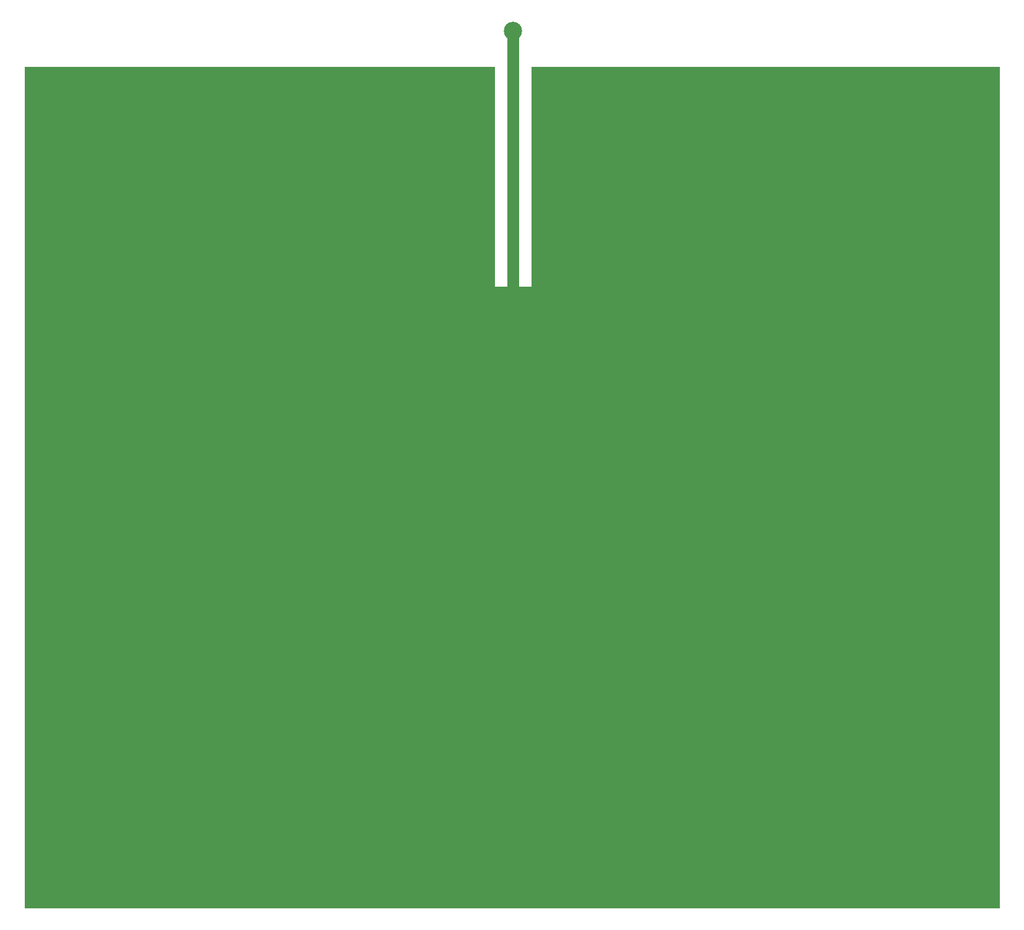
<source format=gtl>
G04 #@! TF.GenerationSoftware,KiCad,Pcbnew,no-vcs-found-7587~57~ubuntu14.04.1*
G04 #@! TF.CreationDate,2017-02-07T01:33:08+00:00*
G04 #@! TF.ProjectId,dart_telem,646172745F74656C656D2E6B69636164,rev?*
G04 #@! TF.FileFunction,Copper,L1,Top,Signal*
G04 #@! TF.FilePolarity,Positive*
%FSLAX46Y46*%
G04 Gerber Fmt 4.6, Leading zero omitted, Abs format (unit mm)*
G04 Created by KiCad (PCBNEW no-vcs-found-7587~57~ubuntu14.04.1) date Tue Feb  7 01:33:08 2017*
%MOMM*%
%LPD*%
G01*
G04 APERTURE LIST*
%ADD10C,0.100000*%
%ADD11C,2.500000*%
%ADD12C,0.050000*%
G04 APERTURE END LIST*
D10*
D11*
X89115000Y-25100000D03*
D12*
G36*
X89860000Y-60000000D02*
X89860480Y-60004877D01*
X89861903Y-60009567D01*
X89864213Y-60013889D01*
X89867322Y-60017678D01*
X89871111Y-60020787D01*
X89875433Y-60023097D01*
X89880123Y-60024520D01*
X89885000Y-60025000D01*
X91615000Y-60025000D01*
X91619877Y-60024520D01*
X91624567Y-60023097D01*
X91628889Y-60020787D01*
X91632678Y-60017678D01*
X91635787Y-60013889D01*
X91638097Y-60009567D01*
X91639520Y-60004877D01*
X91640000Y-60000000D01*
X91640000Y-30025000D01*
X155625000Y-30025000D01*
X155625000Y-144975000D01*
X22375000Y-144975000D01*
X22375000Y-30025000D01*
X86590000Y-30025000D01*
X86590000Y-60000000D01*
X86590480Y-60004877D01*
X86591903Y-60009567D01*
X86594213Y-60013889D01*
X86597322Y-60017678D01*
X86601111Y-60020787D01*
X86605433Y-60023097D01*
X86610123Y-60024520D01*
X86615000Y-60025000D01*
X88345000Y-60025000D01*
X88349877Y-60024520D01*
X88354567Y-60023097D01*
X88358889Y-60020787D01*
X88362678Y-60017678D01*
X88365787Y-60013889D01*
X88368097Y-60009567D01*
X88369520Y-60004877D01*
X88370000Y-60000000D01*
X88370000Y-25025000D01*
X89860000Y-25025000D01*
X89860000Y-60000000D01*
X89860000Y-60000000D01*
G37*
X89860000Y-60000000D02*
X89860480Y-60004877D01*
X89861903Y-60009567D01*
X89864213Y-60013889D01*
X89867322Y-60017678D01*
X89871111Y-60020787D01*
X89875433Y-60023097D01*
X89880123Y-60024520D01*
X89885000Y-60025000D01*
X91615000Y-60025000D01*
X91619877Y-60024520D01*
X91624567Y-60023097D01*
X91628889Y-60020787D01*
X91632678Y-60017678D01*
X91635787Y-60013889D01*
X91638097Y-60009567D01*
X91639520Y-60004877D01*
X91640000Y-60000000D01*
X91640000Y-30025000D01*
X155625000Y-30025000D01*
X155625000Y-144975000D01*
X22375000Y-144975000D01*
X22375000Y-30025000D01*
X86590000Y-30025000D01*
X86590000Y-60000000D01*
X86590480Y-60004877D01*
X86591903Y-60009567D01*
X86594213Y-60013889D01*
X86597322Y-60017678D01*
X86601111Y-60020787D01*
X86605433Y-60023097D01*
X86610123Y-60024520D01*
X86615000Y-60025000D01*
X88345000Y-60025000D01*
X88349877Y-60024520D01*
X88354567Y-60023097D01*
X88358889Y-60020787D01*
X88362678Y-60017678D01*
X88365787Y-60013889D01*
X88368097Y-60009567D01*
X88369520Y-60004877D01*
X88370000Y-60000000D01*
X88370000Y-25025000D01*
X89860000Y-25025000D01*
X89860000Y-60000000D01*
G36*
X89590000Y-25475000D02*
X88640000Y-25475000D01*
X88640000Y-24525000D01*
X89590000Y-24525000D01*
X89590000Y-25475000D01*
X89590000Y-25475000D01*
G37*
X89590000Y-25475000D02*
X88640000Y-25475000D01*
X88640000Y-24525000D01*
X89590000Y-24525000D01*
X89590000Y-25475000D01*
M02*

</source>
